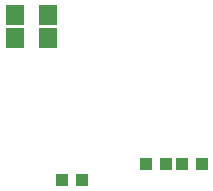
<source format=gbr>
G04 EAGLE Gerber RS-274X export*
G75*
%MOMM*%
%FSLAX34Y34*%
%LPD*%
%INSolderpaste Bottom*%
%IPPOS*%
%AMOC8*
5,1,8,0,0,1.08239X$1,22.5*%
G01*
%ADD10R,1.000000X1.100000*%
%ADD11R,1.600000X1.800000*%


D10*
X271900Y44300D03*
X254900Y44300D03*
X303000Y44300D03*
X286000Y44300D03*
D11*
X144000Y151000D03*
X172000Y151000D03*
X144000Y171000D03*
X172000Y171000D03*
D10*
X201500Y31000D03*
X184500Y31000D03*
M02*

</source>
